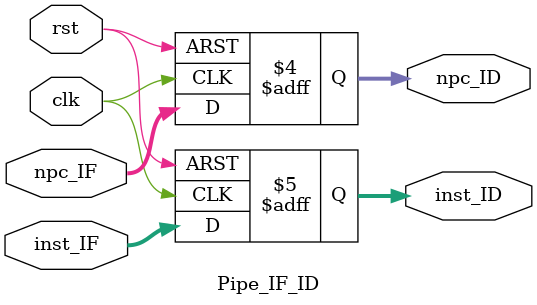
<source format=v>
`timescale 1ns / 1ps

module Pipe_IF_ID(
    input clk,
    input rst,
    input [31:0] npc_IF,
    input [31:0] inst_IF,
    output reg [31:0] npc_ID = 32'b0,
    output reg [31:0] inst_ID = 32'b0
    );

    always @(posedge clk or posedge rst) begin
        if(rst) begin
            inst_ID <= 32'b0;   npc_ID <= 32'b0;
        end 
        else begin
            inst_ID <= inst_IF; npc_ID <= npc_IF;
        end
    end
endmodule
</source>
